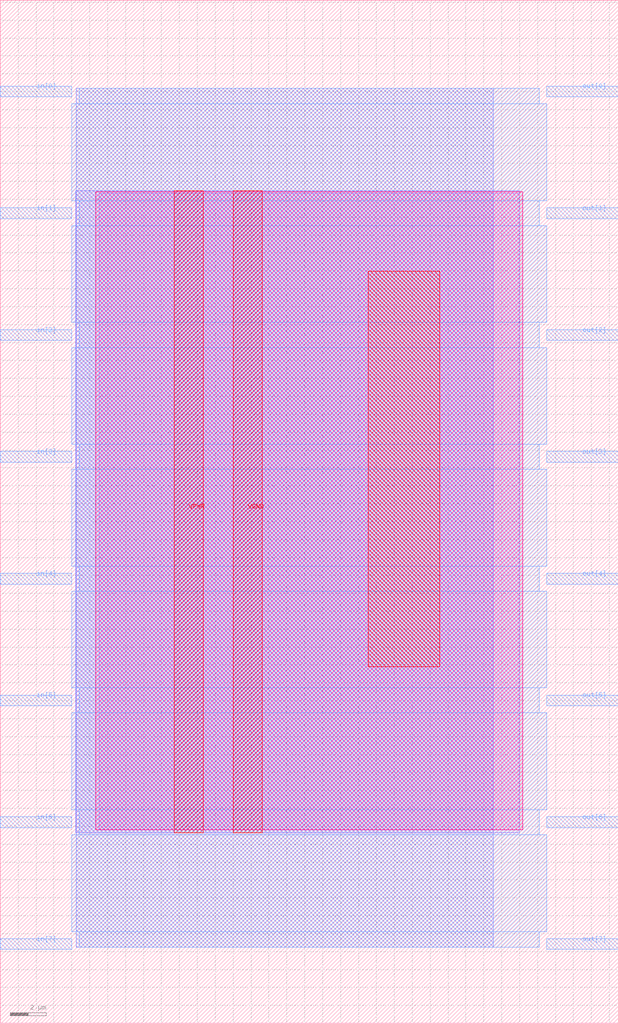
<source format=lef>
VERSION 5.7 ;
  NOWIREEXTENSIONATPIN ON ;
  DIVIDERCHAR "/" ;
  BUSBITCHARS "[]" ;
MACRO twos_complement
  CLASS BLOCK ;
  FOREIGN twos_complement ;
  ORIGIN 0.000 0.000 ;
  SIZE 34.500 BY 57.120 ;
  PIN VGND
    DIRECTION INOUT ;
    USE GROUND ;
    PORT
      LAYER met4 ;
        RECT 13.020 10.640 14.620 46.480 ;
    END
  END VGND
  PIN VPWR
    DIRECTION INOUT ;
    USE POWER ;
    PORT
      LAYER met4 ;
        RECT 9.720 10.640 11.320 46.480 ;
    END
  END VPWR
  PIN in[0]
    DIRECTION INPUT ;
    USE SIGNAL ;
    ANTENNAGATEAREA 0.196500 ;
    PORT
      LAYER met3 ;
        RECT 0.000 51.720 4.000 52.320 ;
    END
  END in[0]
  PIN in[1]
    DIRECTION INPUT ;
    USE SIGNAL ;
    ANTENNAGATEAREA 0.196500 ;
    PORT
      LAYER met3 ;
        RECT 0.000 44.920 4.000 45.520 ;
    END
  END in[1]
  PIN in[2]
    DIRECTION INPUT ;
    USE SIGNAL ;
    ANTENNAGATEAREA 0.196500 ;
    PORT
      LAYER met3 ;
        RECT 0.000 38.120 4.000 38.720 ;
    END
  END in[2]
  PIN in[3]
    DIRECTION INPUT ;
    USE SIGNAL ;
    ANTENNAGATEAREA 0.196500 ;
    PORT
      LAYER met3 ;
        RECT 0.000 31.320 4.000 31.920 ;
    END
  END in[3]
  PIN in[4]
    DIRECTION INPUT ;
    USE SIGNAL ;
    ANTENNAGATEAREA 0.196500 ;
    PORT
      LAYER met3 ;
        RECT 0.000 24.520 4.000 25.120 ;
    END
  END in[4]
  PIN in[5]
    DIRECTION INPUT ;
    USE SIGNAL ;
    ANTENNAGATEAREA 0.196500 ;
    PORT
      LAYER met3 ;
        RECT 0.000 17.720 4.000 18.320 ;
    END
  END in[5]
  PIN in[6]
    DIRECTION INPUT ;
    USE SIGNAL ;
    ANTENNAGATEAREA 0.196500 ;
    PORT
      LAYER met3 ;
        RECT 0.000 10.920 4.000 11.520 ;
    END
  END in[6]
  PIN in[7]
    DIRECTION INPUT ;
    USE SIGNAL ;
    ANTENNAGATEAREA 0.196500 ;
    PORT
      LAYER met3 ;
        RECT 0.000 4.120 4.000 4.720 ;
    END
  END in[7]
  PIN out[0]
    DIRECTION OUTPUT ;
    USE SIGNAL ;
    ANTENNADIFFAREA 0.445500 ;
    PORT
      LAYER met3 ;
        RECT 30.500 51.720 34.500 52.320 ;
    END
  END out[0]
  PIN out[1]
    DIRECTION OUTPUT ;
    USE SIGNAL ;
    ANTENNADIFFAREA 0.445500 ;
    PORT
      LAYER met3 ;
        RECT 30.500 44.920 34.500 45.520 ;
    END
  END out[1]
  PIN out[2]
    DIRECTION OUTPUT ;
    USE SIGNAL ;
    ANTENNADIFFAREA 0.445500 ;
    PORT
      LAYER met3 ;
        RECT 30.500 38.120 34.500 38.720 ;
    END
  END out[2]
  PIN out[3]
    DIRECTION OUTPUT ;
    USE SIGNAL ;
    ANTENNADIFFAREA 0.445500 ;
    PORT
      LAYER met3 ;
        RECT 30.500 31.320 34.500 31.920 ;
    END
  END out[3]
  PIN out[4]
    DIRECTION OUTPUT ;
    USE SIGNAL ;
    ANTENNADIFFAREA 0.445500 ;
    PORT
      LAYER met3 ;
        RECT 30.500 24.520 34.500 25.120 ;
    END
  END out[4]
  PIN out[5]
    DIRECTION OUTPUT ;
    USE SIGNAL ;
    ANTENNADIFFAREA 0.445500 ;
    PORT
      LAYER met3 ;
        RECT 30.500 17.720 34.500 18.320 ;
    END
  END out[5]
  PIN out[6]
    DIRECTION OUTPUT ;
    USE SIGNAL ;
    ANTENNADIFFAREA 0.445500 ;
    PORT
      LAYER met3 ;
        RECT 30.500 10.920 34.500 11.520 ;
    END
  END out[6]
  PIN out[7]
    DIRECTION OUTPUT ;
    USE SIGNAL ;
    ANTENNADIFFAREA 0.795200 ;
    PORT
      LAYER met3 ;
        RECT 30.500 4.120 34.500 4.720 ;
    END
  END out[7]
  OBS
      LAYER nwell ;
        RECT 5.330 10.795 29.170 46.430 ;
      LAYER li1 ;
        RECT 5.520 10.795 28.980 46.325 ;
      LAYER met1 ;
        RECT 4.210 10.640 28.980 46.480 ;
      LAYER met2 ;
        RECT 4.230 4.235 27.510 52.205 ;
      LAYER met3 ;
        RECT 4.400 51.320 30.100 52.185 ;
        RECT 3.990 45.920 30.500 51.320 ;
        RECT 4.400 44.520 30.100 45.920 ;
        RECT 3.990 39.120 30.500 44.520 ;
        RECT 4.400 37.720 30.100 39.120 ;
        RECT 3.990 32.320 30.500 37.720 ;
        RECT 4.400 30.920 30.100 32.320 ;
        RECT 3.990 25.520 30.500 30.920 ;
        RECT 4.400 24.120 30.100 25.520 ;
        RECT 3.990 18.720 30.500 24.120 ;
        RECT 4.400 17.320 30.100 18.720 ;
        RECT 3.990 11.920 30.500 17.320 ;
        RECT 4.400 10.520 30.100 11.920 ;
        RECT 3.990 5.120 30.500 10.520 ;
        RECT 4.400 4.255 30.100 5.120 ;
      LAYER met4 ;
        RECT 20.535 19.895 24.545 41.985 ;
  END
END twos_complement
END LIBRARY


</source>
